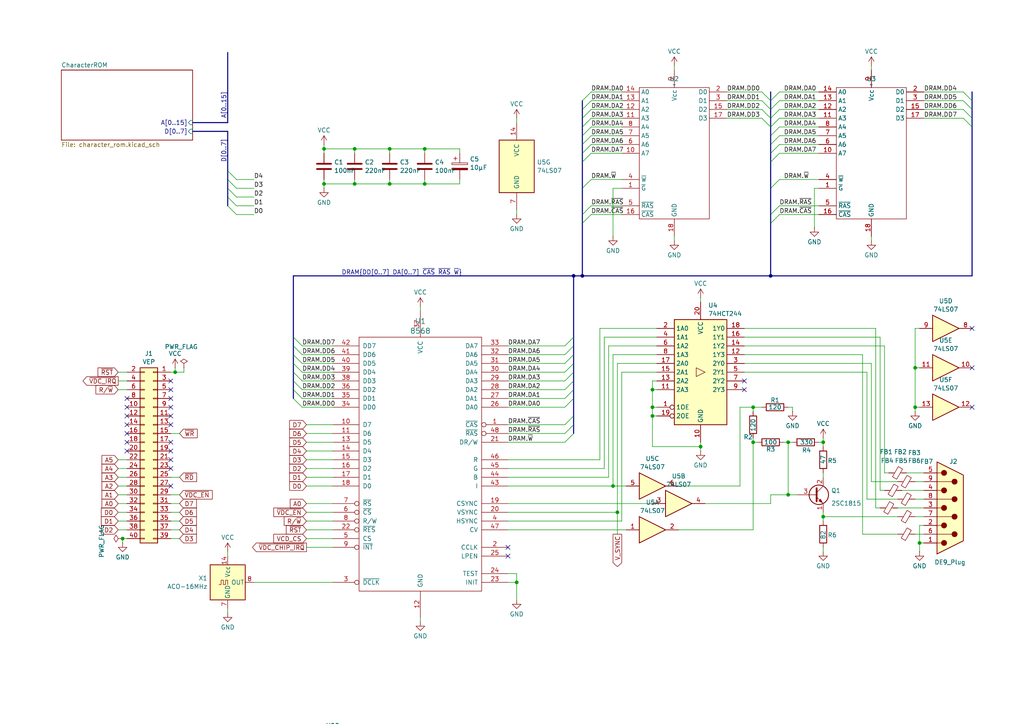
<source format=kicad_sch>
(kicad_sch (version 20231120) (generator "eeschema") (generator_version "8.0")
  (paper "A4")
  (title_block (title "Video Expansion Card - VDC 8568") (date "2024-06-30") (rev "A0") (company "Sperly Retro Electronics"))
  (lib_symbols
    (symbol "4464_1"
      (property "Reference" "U" (at -8.89 43.434 0))
      (symbol "4464_1_1_0"
        (pin power_in line (at 0 -1.27 90) (length 5.08) (name "GND") (number "18"))
        (pin power_in line (at 0 46.99 270) (length 5.08) (name "Vcc") (number "9"))
      )
      (symbol "4464_1_1_1"
        (pin input line (at -15.24 12.7 0) (length 5.08) (name "~{G}") (number "1"))
        (pin input line (at -15.24 22.86 0) (length 5.08) (name "A7") (number "10"))
        (pin input line (at -15.24 33.02 0) (length 5.08) (name "A3") (number "11"))
        (pin input line (at -15.24 35.56 0) (length 5.08) (name "A2") (number "12"))
        (pin input line (at -15.24 38.1 0) (length 5.08) (name "A1") (number "13"))
        (pin input line (at -15.24 40.64 0) (length 5.08) (name "A0") (number "14"))
        (pin bidirectional line (at 15.24 35.56 180) (length 5.08) (name "D2") (number "15"))
        (pin input line (at -15.24 5.08 0) (length 5.08) (name "~{CAS}") (number "16"))
        (pin bidirectional line (at 15.24 33.02 180) (length 5.08) (name "D3") (number "17"))
        (pin bidirectional line (at 15.24 40.64 180) (length 5.08) (name "D0") (number "2"))
        (pin bidirectional line (at 15.24 38.1 180) (length 5.08) (name "D1") (number "3"))
        (pin input line (at -15.24 15.24 0) (length 5.08) (name "~{W}") (number "4"))
        (pin input line (at -15.24 7.62 0) (length 5.08) (name "~{RAS}") (number "5"))
        (pin input line (at -15.24 25.4 0) (length 5.08) (name "A6") (number "6"))
        (pin input line (at -15.24 27.94 0) (length 5.08) (name "A5") (number "7"))
        (pin input line (at -15.24 30.48 0) (length 5.08) (name "A4") (number "8"))
      )
    )
    (symbol "74xx:74HCT244"
      (property "Reference" "U" (at -7.62 16.51 0))
      (property "Value" "74HCT244" (at -7.62 -16.51 0))
      (symbol "74HCT244_1_0"
        (pin input inverted (at -12.7 -10.16 0) (length 5.08) (name "1OE") (number "1"))
        (pin power_in line (at 0 -20.32 90) (length 5.08) (name "GND") (number "10"))
        (pin input line (at -12.7 -5.08 0) (length 5.08) (name "2A3") (number "11"))
        (pin tri_state line (at 12.7 5.08 180) (length 5.08) (name "1Y3") (number "12"))
        (pin input line (at -12.7 -2.54 0) (length 5.08) (name "2A2") (number "13"))
        (pin tri_state line (at 12.7 7.62 180) (length 5.08) (name "1Y2") (number "14"))
        (pin input line (at -12.7 0 0) (length 5.08) (name "2A1") (number "15"))
        (pin tri_state line (at 12.7 10.16 180) (length 5.08) (name "1Y1") (number "16"))
        (pin input line (at -12.7 2.54 0) (length 5.08) (name "2A0") (number "17"))
        (pin tri_state line (at 12.7 12.7 180) (length 5.08) (name "1Y0") (number "18"))
        (pin input inverted (at -12.7 -12.7 0) (length 5.08) (name "2OE") (number "19"))
        (pin input line (at -12.7 12.7 0) (length 5.08) (name "1A0") (number "2"))
        (pin power_in line (at 0 20.32 270) (length 5.08) (name "VCC") (number "20"))
        (pin tri_state line (at 12.7 2.54 180) (length 5.08) (name "2Y0") (number "3"))
        (pin input line (at -12.7 10.16 0) (length 5.08) (name "1A1") (number "4"))
        (pin tri_state line (at 12.7 0 180) (length 5.08) (name "2Y1") (number "5"))
        (pin input line (at -12.7 7.62 0) (length 5.08) (name "1A2") (number "6"))
        (pin tri_state line (at 12.7 -2.54 180) (length 5.08) (name "2Y2") (number "7"))
        (pin input line (at -12.7 5.08 0) (length 5.08) (name "1A3") (number "8"))
        (pin tri_state line (at 12.7 -5.08 180) (length 5.08) (name "2Y3") (number "9"))
      )
    )
    (symbol "74xx:74LS07" (pin_names (offset 1.016))
      (property "Reference" "U" (at 0 1.27 0))
      (property "Value" "74LS07" (at 0 -1.27 0))
      (symbol "74LS07_1_0"
        (pin input line (at -7.62 0 0) (length 3.81) (name "~") (number "1"))
        (pin open_collector line (at 7.62 0 180) (length 3.81) (name "~") (number "2"))
      )
      (symbol "74LS07_2_0"
        (pin input line (at -7.62 0 0) (length 3.81) (name "~") (number "3"))
        (pin open_collector line (at 7.62 0 180) (length 3.81) (name "~") (number "4"))
      )
      (symbol "74LS07_3_0"
        (pin input line (at -7.62 0 0) (length 3.81) (name "~") (number "5"))
        (pin open_collector line (at 7.62 0 180) (length 3.81) (name "~") (number "6"))
      )
      (symbol "74LS07_4_0"
        (pin open_collector line (at 7.62 0 180) (length 3.81) (name "~") (number "8"))
        (pin input line (at -7.62 0 0) (length 3.81) (name "~") (number "9"))
      )
      (symbol "74LS07_5_0"
        (pin open_collector line (at 7.62 0 180) (length 3.81) (name "~") (number "10"))
        (pin input line (at -7.62 0 0) (length 3.81) (name "~") (number "11"))
      )
      (symbol "74LS07_6_0"
        (pin open_collector line (at 7.62 0 180) (length 3.81) (name "~") (number "12"))
        (pin input line (at -7.62 0 0) (length 3.81) (name "~") (number "13"))
      )
      (symbol "74LS07_7_0"
        (pin power_in line (at 0 12.7 270) (length 5.08) (name "VCC") (number "14"))
        (pin power_in line (at 0 -12.7 90) (length 5.08) (name "GND") (number "7"))
      )
    )
    (symbol "Connector:DE9_Plug" (pin_names (offset 1.016) hide)
      (property "Reference" "J" (at 0 13.97 0))
      (property "Value" "DE9_Plug" (at 0 -14.605 0))
      (symbol "DE9_Plug_1_1"
        (pin passive line (at -7.62 -10.16 0) (length 3.81) (name "1") (number "1"))
        (pin passive line (at -7.62 -5.08 0) (length 3.81) (name "2") (number "2"))
        (pin passive line (at -7.62 0 0) (length 3.81) (name "3") (number "3"))
        (pin passive line (at -7.62 5.08 0) (length 3.81) (name "4") (number "4"))
        (pin passive line (at -7.62 10.16 0) (length 3.81) (name "5") (number "5"))
        (pin passive line (at -7.62 -7.62 0) (length 3.81) (name "6") (number "6"))
        (pin passive line (at -7.62 -2.54 0) (length 3.81) (name "7") (number "7"))
        (pin passive line (at -7.62 2.54 0) (length 3.81) (name "8") (number "8"))
        (pin passive line (at -7.62 7.62 0) (length 3.81) (name "9") (number "9"))
      )
    )
    (symbol "Connector_Generic:Conn_02x20_Odd_Even" (pin_names (offset 1.016) hide)
      (property "Reference" "J" (at 1.27 25.4 0))
      (property "Value" "Conn_02x20_Odd_Even" (at 1.27 -27.94 0))
      (symbol "Conn_02x20_Odd_Even_1_1"
        (pin passive line (at -5.08 22.86 0) (length 3.81) (name "Pin_1") (number "1"))
        (pin passive line (at 7.62 12.7 180) (length 3.81) (name "Pin_10") (number "10"))
        (pin passive line (at -5.08 10.16 0) (length 3.81) (name "Pin_11") (number "11"))
        (pin passive line (at 7.62 10.16 180) (length 3.81) (name "Pin_12") (number "12"))
        (pin passive line (at -5.08 7.62 0) (length 3.81) (name "Pin_13") (number "13"))
        (pin passive line (at 7.62 7.62 180) (length 3.81) (name "Pin_14") (number "14"))
        (pin passive line (at -5.08 5.08 0) (length 3.81) (name "Pin_15") (number "15"))
        (pin passive line (at 7.62 5.08 180) (length 3.81) (name "Pin_16") (number "16"))
        (pin passive line (at -5.08 2.54 0) (length 3.81) (name "Pin_17") (number "17"))
        (pin passive line (at 7.62 2.54 180) (length 3.81) (name "Pin_18") (number "18"))
        (pin passive line (at -5.08 0 0) (length 3.81) (name "Pin_19") (number "19"))
        (pin passive line (at 7.62 22.86 180) (length 3.81) (name "Pin_2") (number "2"))
        (pin passive line (at 7.62 0 180) (length 3.81) (name "Pin_20") (number "20"))
        (pin passive line (at -5.08 -2.54 0) (length 3.81) (name "Pin_21") (number "21"))
        (pin passive line (at 7.62 -2.54 180) (length 3.81) (name "Pin_22") (number "22"))
        (pin passive line (at -5.08 -5.08 0) (length 3.81) (name "Pin_23") (number "23"))
        (pin passive line (at 7.62 -5.08 180) (length 3.81) (name "Pin_24") (number "24"))
        (pin passive line (at -5.08 -7.62 0) (length 3.81) (name "Pin_25") (number "25"))
        (pin passive line (at 7.62 -7.62 180) (length 3.81) (name "Pin_26") (number "26"))
        (pin passive line (at -5.08 -10.16 0) (length 3.81) (name "Pin_27") (number "27"))
        (pin passive line (at 7.62 -10.16 180) (length 3.81) (name "Pin_28") (number "28"))
        (pin passive line (at -5.08 -12.7 0) (length 3.81) (name "Pin_29") (number "29"))
        (pin passive line (at -5.08 20.32 0) (length 3.81) (name "Pin_3") (number "3"))
        (pin passive line (at 7.62 -12.7 180) (length 3.81) (name "Pin_30") (number "30"))
        (pin passive line (at -5.08 -15.24 0) (length 3.81) (name "Pin_31") (number "31"))
        (pin passive line (at 7.62 -15.24 180) (length 3.81) (name "Pin_32") (number "32"))
        (pin passive line (at -5.08 -17.78 0) (length 3.81) (name "Pin_33") (number "33"))
        (pin passive line (at 7.62 -17.78 180) (length 3.81) (name "Pin_34") (number "34"))
        (pin passive line (at -5.08 -20.32 0) (length 3.81) (name "Pin_35") (number "35"))
        (pin passive line (at 7.62 -20.32 180) (length 3.81) (name "Pin_36") (number "36"))
        (pin passive line (at -5.08 -22.86 0) (length 3.81) (name "Pin_37") (number "37"))
        (pin passive line (at 7.62 -22.86 180) (length 3.81) (name "Pin_38") (number "38"))
        (pin passive line (at -5.08 -25.4 0) (length 3.81) (name "Pin_39") (number "39"))
        (pin passive line (at 7.62 20.32 180) (length 3.81) (name "Pin_4") (number "4"))
        (pin passive line (at 7.62 -25.4 180) (length 3.81) (name "Pin_40") (number "40"))
        (pin passive line (at -5.08 17.78 0) (length 3.81) (name "Pin_5") (number "5"))
        (pin passive line (at 7.62 17.78 180) (length 3.81) (name "Pin_6") (number "6"))
        (pin passive line (at -5.08 15.24 0) (length 3.81) (name "Pin_7") (number "7"))
        (pin passive line (at 7.62 15.24 180) (length 3.81) (name "Pin_8") (number "8"))
        (pin passive line (at -5.08 12.7 0) (length 3.81) (name "Pin_9") (number "9"))
      )
    )
    (symbol "Device:C" (pin_numbers hide) (pin_names (offset 0.254))
      (property "Reference" "C" (at 0.635 2.54 0))
      (property "Value" "C" (at 0.635 -2.54 0))
      (symbol "C_1_1"
        (pin passive line (at 0 3.81 270) (length 2.794) (name "~") (number "1"))
        (pin passive line (at 0 -3.81 90) (length 2.794) (name "~") (number "2"))
      )
    )
    (symbol "Device:C_Polarized" (pin_numbers hide) (pin_names (offset 0.254))
      (property "Reference" "C" (at 0.635 2.54 0))
      (property "Value" "C_Polarized" (at 0.635 -2.54 0))
      (symbol "C_Polarized_1_1"
        (pin passive line (at 0 3.81 270) (length 2.794) (name "~") (number "1"))
        (pin passive line (at 0 -3.81 90) (length 2.794) (name "~") (number "2"))
      )
    )
    (symbol "Device:FerriteBead_Small" (pin_numbers hide) (pin_names (offset 0))
      (property "Reference" "FB" (at 1.905 1.27 0))
      (property "Value" "FerriteBead_Small" (at 1.905 -1.27 0))
      (symbol "FerriteBead_Small_1_1"
        (pin passive line (at 0 2.54 270) (length 1.27) (name "~") (number "1"))
        (pin passive line (at 0 -2.54 90) (length 1.27) (name "~") (number "2"))
      )
    )
    (symbol "Device:R" (pin_numbers hide) (pin_names (offset 0))
      (property "Reference" "R" (at 2.032 0 90))
      (property "Value" "R" (at 0 0 90))
      (symbol "R_1_1"
        (pin passive line (at 0 3.81 270) (length 1.27) (name "~") (number "1"))
        (pin passive line (at 0 -3.81 90) (length 1.27) (name "~") (number "2"))
      )
    )
    (symbol "Logic_Programmable:GAL16V8" (pin_names (offset 1.016))
      (property "Reference" "U" (at -8.89 16.51 0))
      (property "Value" "GAL16V8" (at 1.27 16.51 0))
      (symbol "GAL16V8_0_0"
        (pin power_in line (at 0 -17.78 90) (length 3.81) (name "GND") (number "10"))
        (pin power_in line (at 0 17.78 270) (length 3.81) (name "VCC") (number "20"))
      )
      (symbol "GAL16V8_1_1"
        (pin input line (at -12.7 12.7 0) (length 3.81) (name "I1/CLK") (number "1"))
        (pin input line (at -12.7 -10.16 0) (length 3.81) (name "I10/~{OE}") (number "11"))
        (pin tri_state line (at 12.7 -5.08 180) (length 3.81) (name "IO8") (number "12"))
        (pin tri_state line (at 12.7 -2.54 180) (length 3.81) (name "IO7") (number "13"))
        (pin tri_state line (at 12.7 0 180) (length 3.81) (name "IO6") (number "14"))
        (pin tri_state line (at 12.7 2.54 180) (length 3.81) (name "IO5") (number "15"))
        (pin tri_state line (at 12.7 5.08 180) (length 3.81) (name "IO4") (number "16"))
        (pin tri_state line (at 12.7 7.62 180) (length 3.81) (name "I03") (number "17"))
        (pin tri_state line (at 12.7 10.16 180) (length 3.81) (name "IO2") (number "18"))
        (pin tri_state line (at 12.7 12.7 180) (length 3.81) (name "IO1") (number "19"))
        (pin input line (at -12.7 10.16 0) (length 3.81) (name "I2") (number "2"))
        (pin input line (at -12.7 7.62 0) (length 3.81) (name "I3") (number "3"))
        (pin input line (at -12.7 5.08 0) (length 3.81) (name "I4") (number "4"))
        (pin input line (at -12.7 2.54 0) (length 3.81) (name "I5") (number "5"))
        (pin input line (at -12.7 0 0) (length 3.81) (name "I6") (number "6"))
        (pin input line (at -12.7 -2.54 0) (length 3.81) (name "I7") (number "7"))
        (pin input line (at -12.7 -5.08 0) (length 3.81) (name "I8") (number "8"))
        (pin input line (at -12.7 -7.62 0) (length 3.81) (name "I9") (number "9"))
      )
    )
    (symbol "Oscillator:ACO-xxxMHz" (pin_names (offset 0.254))
      (property "Reference" "X" (at -5.08 6.35 0))
      (property "Value" "ACO-xxxMHz" (at 1.27 -6.35 0))
      (symbol "ACO-xxxMHz_1_1"
        (pin no_connect line (at -5.08 2.54 0) (length 2.54) hide (name "NC") (number "1"))
        (pin power_in line (at 0 7.62 270) (length 2.54) (name "Vcc") (number "14"))
        (pin power_in line (at 0 -7.62 90) (length 2.54) (name "GND") (number "7"))
        (pin output line (at 7.62 0 180) (length 2.54) (name "OUT") (number "8"))
      )
    )
    (symbol "Transistor_BJT:2SC1815" (pin_names (offset 0) hide)
      (property "Reference" "Q" (at 5.08 1.905 0))
      (property "Value" "2SC1815" (at 5.08 0 0))
      (symbol "2SC1815_1_1"
        (pin passive line (at 2.54 -5.08 90) (length 2.54) (name "E") (number "1"))
        (pin passive line (at 2.54 5.08 270) (length 2.54) (name "C") (number "2"))
        (pin input line (at -5.08 0 0) (length 5.08) (name "B") (number "3"))
      )
    )
    (symbol "cbm:4464"
      (property "Reference" "U" (at -8.89 43.434 0))
      (symbol "4464_1_0"
        (pin power_in line (at 0 -1.27 90) (length 5.08) (name "GND") (number "18"))
        (pin power_in line (at 0 46.99 270) (length 5.08) (name "Vcc") (number "9"))
      )
      (symbol "4464_1_1"
        (pin input line (at -15.24 12.7 0) (length 5.08) (name "~{G}") (number "1"))
        (pin input line (at -15.24 22.86 0) (length 5.08) (name "A7") (number "10"))
        (pin input line (at -15.24 33.02 0) (length 5.08) (name "A3") (number "11"))
        (pin input line (at -15.24 35.56 0) (length 5.08) (name "A2") (number "12"))
        (pin input line (at -15.24 38.1 0) (length 5.08) (name "A1") (number "13"))
        (pin input line (at -15.24 40.64 0) (length 5.08) (name "A0") (number "14"))
        (pin bidirectional line (at 15.24 35.56 180) (length 5.08) (name "D2") (number "15"))
        (pin input line (at -15.24 5.08 0) (length 5.08) (name "~{CAS}") (number "16"))
        (pin bidirectional line (at 15.24 33.02 180) (length 5.08) (name "D3") (number "17"))
        (pin bidirectional line (at 15.24 40.64 180) (length 5.08) (name "D0") (number "2"))
        (pin bidirectional line (at 15.24 38.1 180) (length 5.08) (name "D1") (number "3"))
        (pin input line (at -15.24 15.24 0) (length 5.08) (name "~{W}") (number "4"))
        (pin input line (at -15.24 7.62 0) (length 5.08) (name "~{RAS}") (number "5"))
        (pin input line (at -15.24 25.4 0) (length 5.08) (name "A6") (number "6"))
        (pin input line (at -15.24 27.94 0) (length 5.08) (name "A5") (number "7"))
        (pin input line (at -15.24 30.48 0) (length 5.08) (name "A4") (number "8"))
      )
    )
    (symbol "cbm:8568" (pin_names (offset 1.016))
      (property "Reference" "U" (at 0 -2.54 0))
      (property "Value" "8568" (at 0 2.54 0))
      (symbol "8568_1_1"
        (pin output inverted (at 25.4 6.35 180) (length 7.62) (name "~{CAS}") (number "1"))
        (pin bidirectional line (at -25.4 6.35 0) (length 7.62) (name "D7") (number "10"))
        (pin bidirectional line (at -25.4 3.81 0) (length 7.62) (name "D6") (number "11"))
        (pin power_in line (at 0 -49.53 90) (length 7.62) (name "GND") (number "12"))
        (pin bidirectional line (at -25.4 1.27 0) (length 7.62) (name "D5") (number "13"))
        (pin bidirectional line (at -25.4 -1.27 0) (length 7.62) (name "D4") (number "14"))
        (pin bidirectional line (at -25.4 -3.81 0) (length 7.62) (name "D3") (number "15"))
        (pin bidirectional line (at -25.4 -6.35 0) (length 7.62) (name "D2") (number "16"))
        (pin bidirectional line (at -25.4 -8.89 0) (length 7.62) (name "D1") (number "17"))
        (pin bidirectional line (at -25.4 -11.43 0) (length 7.62) (name "D0") (number "18"))
        (pin input line (at 25.4 -16.51 180) (length 7.62) (name "CSYNC") (number "19"))
        (pin input line (at 25.4 -29.21 180) (length 7.62) (name "CCLK") (number "2"))
        (pin output line (at 25.4 -19.05 180) (length 7.62) (name "VSYNC") (number "20"))
        (pin output line (at 25.4 1.27 180) (length 7.62) (name "DR/W") (number "21"))
        (pin input inverted (at -25.4 -24.13 0) (length 7.62) (name "~{RES}") (number "22"))
        (pin input line (at 25.4 -39.37 180) (length 7.62) (name "INIT") (number "23"))
        (pin input line (at 25.4 -36.83 180) (length 7.62) (name "TEST") (number "24"))
        (pin output line (at 25.4 -31.75 180) (length 7.62) (name "LPEN") (number "25"))
        (pin output line (at 25.4 11.43 180) (length 7.62) (name "DA0") (number "26"))
        (pin output line (at 25.4 13.97 180) (length 7.62) (name "DA1") (number "27"))
        (pin output line (at 25.4 16.51 180) (length 7.62) (name "DA2") (number "28"))
        (pin output line (at 25.4 19.05 180) (length 7.62) (name "DA3") (number "29"))
        (pin input inverted (at -25.4 -39.37 0) (length 7.62) (name "~{DCLK}") (number "3"))
        (pin output line (at 25.4 21.59 180) (length 7.62) (name "DA4") (number "30"))
        (pin output line (at 25.4 24.13 180) (length 7.62) (name "DA5") (number "31"))
        (pin output line (at 25.4 26.67 180) (length 7.62) (name "DA6") (number "32"))
        (pin output line (at 25.4 29.21 180) (length 7.62) (name "DA7") (number "33"))
        (pin bidirectional line (at -25.4 11.43 0) (length 7.62) (name "DD0") (number "34"))
        (pin bidirectional line (at -25.4 13.97 0) (length 7.62) (name "DD1") (number "35"))
        (pin bidirectional line (at -25.4 16.51 0) (length 7.62) (name "DD2") (number "36"))
        (pin power_in line (at 0 39.37 270) (length 7.62) (name "VCC") (number "37"))
        (pin bidirectional line (at -25.4 19.05 0) (length 7.62) (name "DD3") (number "38"))
        (pin bidirectional line (at -25.4 21.59 0) (length 7.62) (name "DD4") (number "39"))
        (pin output line (at 25.4 -21.59 180) (length 7.62) (name "HSYNC") (number "4"))
        (pin bidirectional line (at -25.4 24.13 0) (length 7.62) (name "DD5") (number "40"))
        (pin bidirectional line (at -25.4 26.67 0) (length 7.62) (name "DD6") (number "41"))
        (pin bidirectional line (at -25.4 29.21 0) (length 7.62) (name "DD7") (number "42"))
        (pin output line (at 25.4 -11.43 180) (length 7.62) (name "I") (number "43"))
        (pin output line (at 25.4 -8.89 180) (length 7.62) (name "B") (number "44"))
        (pin output line (at 25.4 -6.35 180) (length 7.62) (name "G") (number "45"))
        (pin output line (at 25.4 -3.81 180) (length 7.62) (name "R") (number "46"))
        (pin output line (at 25.4 -24.13 180) (length 7.62) (name "CV") (number "47"))
        (pin output inverted (at 25.4 3.81 180) (length 7.62) (name "~{RAS}") (number "48"))
        (pin input line (at -25.4 -26.67 0) (length 7.62) (name "CS") (number "5"))
        (pin input inverted (at -25.4 -19.05 0) (length 7.62) (name "~{CS}") (number "6"))
        (pin input inverted (at -25.4 -16.51 0) (length 7.62) (name "~{RS}") (number "7"))
        (pin input inverted (at -25.4 -21.59 0) (length 7.62) (name "R/W") (number "8"))
        (pin input inverted (at -25.4 -29.21 0) (length 7.62) (name "~{INT}") (number "9"))
      )
    )
    (symbol "power:GND" (power) (pin_numbers hide) (pin_names (offset 0) hide)
      (property "Value" "GND" (at 0 -3.81 0))
      (symbol "GND_1_1"
        (pin power_in line (at 0 0 270) (length 0) (name "~") (number "1"))
      )
    )
    (symbol "power:PWR_FLAG" (power) (pin_numbers hide) (pin_names (offset 0) hide)
      (property "Value" "PWR_FLAG" (at 0 3.81 0))
      (symbol "PWR_FLAG_0_0"
        (pin power_out line (at 0 0 90) (length 0) (name "~") (number "1"))
      )
    )
    (symbol "power:VCC" (power) (pin_numbers hide) (pin_names (offset 0) hide)
      (property "Value" "VCC" (at 0 3.556 0))
      (symbol "VCC_1_1"
        (pin power_in line (at 0 0 90) (length 0) (name "~") (number "1"))
      )
    )
  )
  (junction (at 223.52 80.01))
  (junction (at 149.86 168.91))
  (junction (at 189.23 120.65))
  (junction (at 177.8 140.97))
  (junction (at 266.7 157.48))
  (junction (at 228.6 128.27))
  (junction (at 179.07 148.59))
  (junction (at 228.6 143.51))
  (junction (at 113.03 43.18))
  (junction (at 102.87 43.18))
  (junction (at 93.98 43.18))
  (junction (at 123.19 43.18))
  (junction (at 238.76 128.27))
  (junction (at 166.37 80.01))
  (junction (at 218.44 118.11))
  (junction (at 50.8 107.95))
  (junction (at 35.56 156.21))
  (junction (at 168.91 80.01))
  (junction (at 93.98 53.34))
  (junction (at 265.43 118.11))
  (junction (at 110.49 233.68))
  (junction (at 218.44 128.27))
  (junction (at 189.23 113.03))
  (junction (at 123.19 53.34))
  (junction (at 238.76 149.86))
  (junction (at 203.2 129.54))
  (junction (at 265.43 106.68))
  (junction (at 189.23 118.11))
  (junction (at 102.87 53.34))
  (junction (at 113.03 53.34))
  (junction (at 111.76 236.22))
  (no_connect (at 49.53 123.19))
  (no_connect (at 49.53 115.57))
  (no_connect (at 49.53 130.81))
  (no_connect (at 147.32 161.29))
  (no_connect (at 49.53 133.35))
  (no_connect (at 36.83 128.27))
  (no_connect (at 147.32 158.75))
  (no_connect (at 215.9 110.49))
  (no_connect (at 36.83 125.73))
  (no_connect (at 49.53 140.97))
  (no_connect (at 281.94 106.68))
  (no_connect (at 49.53 110.49))
  (no_connect (at 36.83 130.81))
  (no_connect (at 49.53 120.65))
  (no_connect (at 49.53 128.27))
  (no_connect (at 49.53 135.89))
  (no_connect (at 215.9 113.03))
  (no_connect (at 281.94 118.11))
  (no_connect (at 36.83 120.65))
  (no_connect (at 49.53 113.03))
  (no_connect (at 36.83 118.11))
  (no_connect (at 36.83 123.19))
  (no_connect (at 281.94 95.25))
  (no_connect (at 49.53 118.11))
  (no_connect (at 36.83 115.57))
  (bus_entry (at 85.09 107.95) (size 2.54 2.54))
  (bus_entry (at 168.91 29.21) (size 2.54 -2.54))
  (bus_entry (at 66.04 54.61) (size 2.54 2.54))
  (bus_entry (at 166.37 125.73) (size -2.54 2.54))
  (bus_entry (at 223.52 29.21) (size -2.54 -2.54))
  (bus_entry (at 223.52 62.23) (size 2.54 -2.54))
  (bus_entry (at 168.91 36.83) (size 2.54 -2.54))
  (bus_entry (at 223.52 41.91) (size 2.54 -2.54))
  (bus_entry (at 166.37 113.03) (size -2.54 2.54))
  (bus_entry (at 66.04 59.69) (size 2.54 2.54))
  (bus_entry (at 166.37 105.41) (size -2.54 2.54))
  (bus_entry (at 168.91 62.23) (size 2.54 -2.54))
  (bus_entry (at 168.91 44.45) (size 2.54 -2.54))
  (bus_entry (at 168.91 31.75) (size 2.54 -2.54))
  (bus_entry (at 166.37 107.95) (size -2.54 2.54))
  (bus_entry (at 85.09 113.03) (size 2.54 2.54))
  (bus_entry (at 281.94 29.21) (size -2.54 -2.54))
  (bus_entry (at 85.09 102.87) (size 2.54 2.54))
  (bus_entry (at 281.94 36.83) (size -2.54 -2.54))
  (bus_entry (at 166.37 102.87) (size -2.54 2.54))
  (bus_entry (at 223.52 46.99) (size 2.54 -2.54))
  (bus_entry (at 223.52 54.61) (size 2.54 -2.54))
  (bus_entry (at 223.52 36.83) (size -2.54 -2.54))
  (bus_entry (at 223.52 31.75) (size -2.54 -2.54))
  (bus_entry (at 223.52 34.29) (size 2.54 -2.54))
  (bus_entry (at 168.91 34.29) (size 2.54 -2.54))
  (bus_entry (at 168.91 39.37) (size 2.54 -2.54))
  (bus_entry (at 166.37 97.79) (size -2.54 2.54))
  (bus_entry (at 166.37 110.49) (size -2.54 2.54))
  (bus_entry (at 223.52 64.77) (size 2.54 -2.54))
  (bus_entry (at 281.94 34.29) (size -2.54 -2.54))
  (bus_entry (at 85.09 110.49) (size 2.54 2.54))
  (bus_entry (at 223.52 34.29) (size -2.54 -2.54))
  (bus_entry (at 85.09 115.57) (size 2.54 2.54))
  (bus_entry (at 166.37 120.65) (size -2.54 2.54))
  (bus_entry (at 223.52 31.75) (size 2.54 -2.54))
  (bus_entry (at 223.52 29.21) (size 2.54 -2.54))
  (bus_entry (at 85.09 97.79) (size 2.54 2.54))
  (bus_entry (at 66.04 49.53) (size 2.54 2.54))
  (bus_entry (at 166.37 115.57) (size -2.54 2.54))
  (bus_entry (at 166.37 100.33) (size -2.54 2.54))
  (bus_entry (at 85.09 105.41) (size 2.54 2.54))
  (bus_entry (at 223.52 44.45) (size 2.54 -2.54))
  (bus_entry (at 66.04 57.15) (size 2.54 2.54))
  (bus_entry (at 168.91 54.61) (size 2.54 -2.54))
  (bus_entry (at 85.09 100.33) (size 2.54 2.54))
  (bus_entry (at 223.52 36.83) (size 2.54 -2.54))
  (bus_entry (at 168.91 64.77) (size 2.54 -2.54))
  (bus_entry (at 168.91 41.91) (size 2.54 -2.54))
  (bus_entry (at 66.04 52.07) (size 2.54 2.54))
  (bus_entry (at 281.94 31.75) (size -2.54 -2.54))
  (bus_entry (at 166.37 123.19) (size -2.54 2.54))
  (bus_entry (at 223.52 39.37) (size 2.54 -2.54))
  (bus_entry (at 168.91 46.99) (size 2.54 -2.54))
  (wire (pts (xy 109.22 226.06) (xy 113.03 226.06)))
  (wire (pts (xy 49.53 125.73) (xy 52.07 125.73)))
  (wire (pts (xy 226.06 31.75) (xy 237.49 31.75)))
  (wire (pts (xy 87.63 105.41) (xy 96.52 105.41)))
  (wire (pts (xy 251.46 107.95) (xy 251.46 144.78)))
  (wire (pts (xy 133.35 44.45) (xy 133.35 43.18)))
  (wire (pts (xy 147.32 115.57) (xy 163.83 115.57)))
  (wire (pts (xy 189.23 118.11) (xy 189.23 120.65)))
  (bus (pts (xy 168.91 54.61) (xy 168.91 62.23)))
  (wire (pts (xy 147.32 110.49) (xy 163.83 110.49)))
  (bus (pts (xy 85.09 100.33) (xy 85.09 102.87)))
  (wire (pts (xy 87.63 102.87) (xy 96.52 102.87)))
  (wire (pts (xy 210.82 29.21) (xy 220.98 29.21)))
  (wire (pts (xy 252.73 105.41) (xy 252.73 139.7)))
  (wire (pts (xy 88.9 123.19) (xy 96.52 123.19)))
  (wire (pts (xy 34.29 146.05) (xy 36.83 146.05)))
  (wire (pts (xy 88.9 128.27) (xy 96.52 128.27)))
  (wire (pts (xy 149.86 166.37) (xy 149.86 168.91)))
  (wire (pts (xy 88.9 158.75) (xy 96.52 158.75)))
  (wire (pts (xy 121.92 179.07) (xy 121.92 180.34)))
  (wire (pts (xy 68.58 57.15) (xy 73.66 57.15)))
  (wire (pts (xy 87.63 118.11) (xy 96.52 118.11)))
  (bus (pts (xy 168.91 34.29) (xy 168.91 36.83)))
  (wire (pts (xy 109.22 220.98) (xy 113.03 220.98)))
  (wire (pts (xy 35.56 156.21) (xy 35.56 157.48)))
  (wire (pts (xy 49.53 153.67) (xy 52.07 153.67)))
  (wire (pts (xy 195.58 68.58) (xy 195.58 69.85)))
  (wire (pts (xy 254 147.32) (xy 255.27 147.32)))
  (wire (pts (xy 87.63 113.03) (xy 96.52 113.03)))
  (wire (pts (xy 147.32 153.67) (xy 181.61 153.67)))
  (wire (pts (xy 36.83 156.21) (xy 35.56 156.21)))
  (wire (pts (xy 88.9 146.05) (xy 96.52 146.05)))
  (wire (pts (xy 93.98 52.07) (xy 93.98 53.34)))
  (bus (pts (xy 281.94 29.21) (xy 281.94 31.75)))
  (bus (pts (xy 281.94 34.29) (xy 281.94 36.83)))
  (wire (pts (xy 238.76 148.59) (xy 238.76 149.86)))
  (wire (pts (xy 265.43 149.86) (xy 267.97 149.86)))
  (bus (pts (xy 281.94 31.75) (xy 281.94 34.29)))
  (wire (pts (xy 147.32 118.11) (xy 163.83 118.11)))
  (wire (pts (xy 133.35 52.07) (xy 133.35 53.34)))
  (wire (pts (xy 215.9 95.25) (xy 254 95.25)))
  (bus (pts (xy 85.09 80.01) (xy 85.09 97.79)))
  (bus (pts (xy 55.88 35.56) (xy 66.04 35.56)))
  (bus (pts (xy 223.52 80.01) (xy 281.94 80.01)))
  (wire (pts (xy 251.46 144.78) (xy 260.35 144.78)))
  (bus (pts (xy 168.91 44.45) (xy 168.91 46.99)))
  (wire (pts (xy 266.7 157.48) (xy 266.7 160.02)))
  (wire (pts (xy 238.76 149.86) (xy 260.35 149.86)))
  (wire (pts (xy 93.98 43.18) (xy 102.87 43.18)))
  (wire (pts (xy 265.43 95.25) (xy 265.43 106.68)))
  (wire (pts (xy 180.34 54.61) (xy 177.8 54.61)))
  (wire (pts (xy 214.63 118.11) (xy 214.63 140.97)))
  (wire (pts (xy 226.06 26.67) (xy 237.49 26.67)))
  (wire (pts (xy 110.49 233.68) (xy 110.49 231.14)))
  (bus (pts (xy 85.09 97.79) (xy 85.09 100.33)))
  (wire (pts (xy 68.58 62.23) (xy 73.66 62.23)))
  (wire (pts (xy 171.45 34.29) (xy 180.34 34.29)))
  (bus (pts (xy 223.52 31.75) (xy 223.52 34.29)))
  (wire (pts (xy 215.9 100.33) (xy 256.54 100.33)))
  (wire (pts (xy 147.32 113.03) (xy 163.83 113.03)))
  (bus (pts (xy 223.52 41.91) (xy 223.52 44.45)))
  (wire (pts (xy 228.6 128.27) (xy 229.87 128.27)))
  (wire (pts (xy 123.19 43.18) (xy 133.35 43.18)))
  (bus (pts (xy 223.52 44.45) (xy 223.52 46.99)))
  (bus (pts (xy 168.91 41.91) (xy 168.91 44.45)))
  (wire (pts (xy 256.54 137.16) (xy 257.81 137.16)))
  (wire (pts (xy 88.9 133.35) (xy 96.52 133.35)))
  (bus (pts (xy 166.37 123.19) (xy 166.37 125.73)))
  (wire (pts (xy 215.9 102.87) (xy 250.19 102.87)))
  (wire (pts (xy 113.03 43.18) (xy 123.19 43.18)))
  (wire (pts (xy 226.06 34.29) (xy 237.49 34.29)))
  (bus (pts (xy 166.37 120.65) (xy 166.37 123.19)))
  (wire (pts (xy 189.23 120.65) (xy 190.5 120.65)))
  (wire (pts (xy 179.07 105.41) (xy 179.07 148.59)))
  (wire (pts (xy 73.66 168.91) (xy 96.52 168.91)))
  (wire (pts (xy 215.9 105.41) (xy 252.73 105.41)))
  (wire (pts (xy 254 95.25) (xy 254 147.32)))
  (wire (pts (xy 147.32 151.13) (xy 180.34 151.13)))
  (wire (pts (xy 176.53 138.43) (xy 176.53 100.33)))
  (wire (pts (xy 238.76 137.16) (xy 238.76 138.43)))
  (wire (pts (xy 113.03 53.34) (xy 102.87 53.34)))
  (wire (pts (xy 171.45 41.91) (xy 180.34 41.91)))
  (wire (pts (xy 93.98 53.34) (xy 93.98 54.61)))
  (wire (pts (xy 226.06 29.21) (xy 237.49 29.21)))
  (bus (pts (xy 85.09 107.95) (xy 85.09 110.49)))
  (wire (pts (xy 252.73 68.58) (xy 252.73 69.85)))
  (wire (pts (xy 171.45 44.45) (xy 180.34 44.45)))
  (wire (pts (xy 50.8 107.95) (xy 49.53 107.95)))
  (wire (pts (xy 267.97 29.21) (xy 279.4 29.21)))
  (wire (pts (xy 226.06 41.91) (xy 237.49 41.91)))
  (wire (pts (xy 171.45 62.23) (xy 180.34 62.23)))
  (wire (pts (xy 252.73 19.05) (xy 252.73 20.32)))
  (wire (pts (xy 218.44 128.27) (xy 218.44 153.67)))
  (wire (pts (xy 93.98 41.91) (xy 93.98 43.18)))
  (wire (pts (xy 149.86 34.29) (xy 149.86 35.56)))
  (wire (pts (xy 267.97 26.67) (xy 279.4 26.67)))
  (wire (pts (xy 227.33 128.27) (xy 228.6 128.27)))
  (bus (pts (xy 166.37 107.95) (xy 166.37 110.49)))
  (wire (pts (xy 226.06 39.37) (xy 237.49 39.37)))
  (wire (pts (xy 203.2 129.54) (xy 203.2 130.81)))
  (wire (pts (xy 111.76 236.22) (xy 111.76 228.6)))
  (wire (pts (xy 133.35 53.34) (xy 123.19 53.34)))
  (bus (pts (xy 281.94 26.67) (xy 281.94 29.21)))
  (bus (pts (xy 168.91 29.21) (xy 168.91 31.75)))
  (wire (pts (xy 53.34 107.95) (xy 53.34 106.68)))
  (wire (pts (xy 109.22 236.22) (xy 111.76 236.22)))
  (bus (pts (xy 85.09 80.01) (xy 166.37 80.01)))
  (wire (pts (xy 189.23 129.54) (xy 203.2 129.54)))
  (wire (pts (xy 171.45 59.69) (xy 180.34 59.69)))
  (wire (pts (xy 265.43 139.7) (xy 267.97 139.7)))
  (wire (pts (xy 260.35 147.32) (xy 267.97 147.32)))
  (wire (pts (xy 109.22 231.14) (xy 110.49 231.14)))
  (wire (pts (xy 231.14 143.51) (xy 228.6 143.51)))
  (bus (pts (xy 166.37 102.87) (xy 166.37 105.41)))
  (wire (pts (xy 266.7 95.25) (xy 265.43 95.25)))
  (wire (pts (xy 256.54 100.33) (xy 256.54 137.16)))
  (wire (pts (xy 88.9 130.81) (xy 96.52 130.81)))
  (wire (pts (xy 267.97 34.29) (xy 279.4 34.29)))
  (wire (pts (xy 88.9 138.43) (xy 96.52 138.43)))
  (wire (pts (xy 68.58 54.61) (xy 73.66 54.61)))
  (wire (pts (xy 34.29 107.95) (xy 36.83 107.95)))
  (wire (pts (xy 265.43 154.94) (xy 267.97 154.94)))
  (wire (pts (xy 50.8 107.95) (xy 50.8 106.68)))
  (wire (pts (xy 147.32 102.87) (xy 163.83 102.87)))
  (wire (pts (xy 176.53 100.33) (xy 190.5 100.33)))
  (wire (pts (xy 223.52 143.51) (xy 223.52 146.05)))
  (wire (pts (xy 180.34 107.95) (xy 190.5 107.95)))
  (wire (pts (xy 147.32 166.37) (xy 149.86 166.37)))
  (wire (pts (xy 87.63 100.33) (xy 96.52 100.33)))
  (wire (pts (xy 121.92 88.9) (xy 121.92 90.17)))
  (wire (pts (xy 109.22 223.52) (xy 113.03 223.52)))
  (wire (pts (xy 49.53 156.21) (xy 52.07 156.21)))
  (wire (pts (xy 87.63 115.57) (xy 96.52 115.57)))
  (wire (pts (xy 252.73 139.7) (xy 260.35 139.7)))
  (bus (pts (xy 168.91 62.23) (xy 168.91 64.77)))
  (wire (pts (xy 177.8 140.97) (xy 177.8 102.87)))
  (wire (pts (xy 113.03 44.45) (xy 113.03 43.18)))
  (bus (pts (xy 223.52 36.83) (xy 223.52 39.37)))
  (wire (pts (xy 267.97 152.4) (xy 266.7 152.4)))
  (wire (pts (xy 96.52 214.63) (xy 96.52 215.9)))
  (bus (pts (xy 66.04 15.24) (xy 66.04 35.56)))
  (wire (pts (xy 180.34 151.13) (xy 180.34 107.95)))
  (bus (pts (xy 85.09 102.87) (xy 85.09 105.41)))
  (wire (pts (xy 88.9 148.59) (xy 96.52 148.59)))
  (wire (pts (xy 149.86 168.91) (xy 149.86 173.99)))
  (wire (pts (xy 49.53 148.59) (xy 52.07 148.59)))
  (wire (pts (xy 147.32 135.89) (xy 175.26 135.89)))
  (wire (pts (xy 49.53 151.13) (xy 52.07 151.13)))
  (wire (pts (xy 109.22 233.68) (xy 110.49 233.68)))
  (wire (pts (xy 266.7 152.4) (xy 266.7 157.48)))
  (bus (pts (xy 66.04 57.15) (xy 66.04 59.69)))
  (wire (pts (xy 215.9 97.79) (xy 255.27 97.79)))
  (bus (pts (xy 85.09 110.49) (xy 85.09 113.03)))
  (wire (pts (xy 34.29 138.43) (xy 36.83 138.43)))
  (bus (pts (xy 223.52 29.21) (xy 223.52 31.75)))
  (wire (pts (xy 123.19 43.18) (xy 123.19 44.45)))
  (wire (pts (xy 218.44 118.11) (xy 220.98 118.11)))
  (wire (pts (xy 203.2 128.27) (xy 203.2 129.54)))
  (bus (pts (xy 66.04 38.1) (xy 66.04 49.53)))
  (wire (pts (xy 173.99 133.35) (xy 173.99 95.25)))
  (wire (pts (xy 250.19 154.94) (xy 260.35 154.94)))
  (wire (pts (xy 255.27 97.79) (xy 255.27 142.24)))
  (wire (pts (xy 218.44 127) (xy 218.44 128.27)))
  (bus (pts (xy 223.52 54.61) (xy 223.52 62.23)))
  (wire (pts (xy 267.97 31.75) (xy 279.4 31.75)))
  (wire (pts (xy 96.52 251.46) (xy 96.52 252.73)))
  (wire (pts (xy 111.76 236.22) (xy 113.03 236.22)))
  (wire (pts (xy 210.82 31.75) (xy 220.98 31.75)))
  (wire (pts (xy 210.82 26.67) (xy 220.98 26.67)))
  (wire (pts (xy 147.32 100.33) (xy 163.83 100.33)))
  (wire (pts (xy 171.45 36.83) (xy 180.34 36.83)))
  (bus (pts (xy 168.91 80.01) (xy 223.52 80.01)))
  (wire (pts (xy 265.43 118.11) (xy 265.43 119.38)))
  (bus (pts (xy 223.52 39.37) (xy 223.52 41.91)))
  (wire (pts (xy 173.99 95.25) (xy 190.5 95.25)))
  (wire (pts (xy 237.49 128.27) (xy 238.76 128.27)))
  (wire (pts (xy 238.76 149.86) (xy 238.76 151.13)))
  (bus (pts (xy 166.37 100.33) (xy 166.37 102.87)))
  (wire (pts (xy 189.23 120.65) (xy 189.23 129.54)))
  (wire (pts (xy 265.43 106.68) (xy 266.7 106.68)))
  (wire (pts (xy 190.5 118.11) (xy 189.23 118.11)))
  (wire (pts (xy 68.58 52.07) (xy 73.66 52.07)))
  (wire (pts (xy 34.29 135.89) (xy 36.83 135.89)))
  (bus (pts (xy 166.37 115.57) (xy 166.37 120.65)))
  (wire (pts (xy 34.29 110.49) (xy 36.83 110.49)))
  (wire (pts (xy 88.9 135.89) (xy 96.52 135.89)))
  (wire (pts (xy 223.52 146.05) (xy 204.47 146.05)))
  (wire (pts (xy 34.29 148.59) (xy 36.83 148.59)))
  (wire (pts (xy 189.23 113.03) (xy 189.23 118.11)))
  (wire (pts (xy 261.62 142.24) (xy 267.97 142.24)))
  (wire (pts (xy 203.2 86.36) (xy 203.2 87.63)))
  (wire (pts (xy 147.32 125.73) (xy 163.83 125.73)))
  (bus (pts (xy 168.91 64.77) (xy 168.91 80.01)))
  (wire (pts (xy 34.29 140.97) (xy 36.83 140.97)))
  (bus (pts (xy 168.91 31.75) (xy 168.91 34.29)))
  (wire (pts (xy 226.06 44.45) (xy 237.49 44.45)))
  (wire (pts (xy 147.32 168.91) (xy 149.86 168.91)))
  (bus (pts (xy 66.04 49.53) (xy 66.04 52.07)))
  (wire (pts (xy 218.44 128.27) (xy 219.71 128.27)))
  (wire (pts (xy 147.32 128.27) (xy 163.83 128.27)))
  (bus (pts (xy 66.04 54.61) (xy 66.04 57.15)))
  (wire (pts (xy 34.29 151.13) (xy 36.83 151.13)))
  (wire (pts (xy 34.29 143.51) (xy 36.83 143.51)))
  (bus (pts (xy 166.37 80.01) (xy 168.91 80.01)))
  (bus (pts (xy 66.04 52.07) (xy 66.04 54.61)))
  (wire (pts (xy 190.5 110.49) (xy 189.23 110.49)))
  (wire (pts (xy 34.29 153.67) (xy 36.83 153.67)))
  (wire (pts (xy 109.22 238.76) (xy 113.03 238.76)))
  (wire (pts (xy 88.9 125.73) (xy 96.52 125.73)))
  (wire (pts (xy 210.82 34.29) (xy 220.98 34.29)))
  (wire (pts (xy 88.9 151.13) (xy 96.52 151.13)))
  (wire (pts (xy 229.87 118.11) (xy 229.87 119.38)))
  (wire (pts (xy 109.22 228.6) (xy 111.76 228.6)))
  (wire (pts (xy 123.19 53.34) (xy 113.03 53.34)))
  (wire (pts (xy 88.9 140.97) (xy 96.52 140.97)))
  (wire (pts (xy 102.87 44.45) (xy 102.87 43.18)))
  (wire (pts (xy 190.5 105.41) (xy 179.07 105.41)))
  (wire (pts (xy 177.8 140.97) (xy 181.61 140.97)))
  (bus (pts (xy 223.52 46.99) (xy 223.52 54.61)))
  (wire (pts (xy 102.87 43.18) (xy 113.03 43.18)))
  (wire (pts (xy 175.26 135.89) (xy 175.26 97.79)))
  (wire (pts (xy 218.44 153.67) (xy 196.85 153.67)))
  (wire (pts (xy 66.04 176.53) (xy 66.04 177.8)))
  (wire (pts (xy 255.27 142.24) (xy 256.54 142.24)))
  (wire (pts (xy 226.06 36.83) (xy 237.49 36.83)))
  (wire (pts (xy 34.29 133.35) (xy 36.83 133.35)))
  (bus (pts (xy 166.37 113.03) (xy 166.37 115.57)))
  (bus (pts (xy 85.09 105.41) (xy 85.09 107.95)))
  (wire (pts (xy 226.06 52.07) (xy 237.49 52.07)))
  (wire (pts (xy 175.26 97.79) (xy 190.5 97.79)))
  (bus (pts (xy 281.94 36.83) (xy 281.94 80.01)))
  (wire (pts (xy 113.03 52.07) (xy 113.03 53.34)))
  (wire (pts (xy 147.32 107.95) (xy 163.83 107.95)))
  (wire (pts (xy 147.32 140.97) (xy 177.8 140.97)))
  (wire (pts (xy 87.63 107.95) (xy 96.52 107.95)))
  (wire (pts (xy 96.52 156.21) (xy 88.9 156.21)))
  (wire (pts (xy 250.19 102.87) (xy 250.19 154.94)))
  (bus (pts (xy 223.52 26.67) (xy 223.52 29.21)))
  (wire (pts (xy 147.32 133.35) (xy 173.99 133.35)))
  (wire (pts (xy 228.6 143.51) (xy 223.52 143.51)))
  (bus (pts (xy 168.91 36.83) (xy 168.91 39.37)))
  (wire (pts (xy 147.32 138.43) (xy 176.53 138.43)))
  (wire (pts (xy 214.63 118.11) (xy 218.44 118.11)))
  (wire (pts (xy 149.86 60.96) (xy 149.86 62.23)))
  (bus (pts (xy 85.09 113.03) (xy 85.09 115.57)))
  (wire (pts (xy 179.07 148.59) (xy 179.07 154.94)))
  (wire (pts (xy 226.06 59.69) (xy 237.49 59.69)))
  (wire (pts (xy 265.43 118.11) (xy 266.7 118.11)))
  (bus (pts (xy 168.91 39.37) (xy 168.91 41.91)))
  (bus (pts (xy 223.52 34.29) (xy 223.52 36.83)))
  (bus (pts (xy 166.37 80.01) (xy 166.37 97.79)))
  (wire (pts (xy 226.06 62.23) (xy 237.49 62.23)))
  (wire (pts (xy 93.98 43.18) (xy 93.98 44.45)))
  (bus (pts (xy 223.52 62.23) (xy 223.52 64.77)))
  (wire (pts (xy 238.76 158.75) (xy 238.76 160.02)))
  (wire (pts (xy 237.49 54.61) (xy 236.22 54.61)))
  (wire (pts (xy 266.7 157.48) (xy 267.97 157.48)))
  (bus (pts (xy 166.37 105.41) (xy 166.37 107.95)))
  (wire (pts (xy 262.89 137.16) (xy 267.97 137.16)))
  (wire (pts (xy 110.49 233.68) (xy 113.03 233.68)))
  (wire (pts (xy 177.8 54.61) (xy 177.8 68.58)))
  (wire (pts (xy 49.53 143.51) (xy 52.07 143.51)))
  (wire (pts (xy 147.32 123.19) (xy 163.83 123.19)))
  (wire (pts (xy 50.8 107.95) (xy 53.34 107.95)))
  (wire (pts (xy 147.32 105.41) (xy 163.83 105.41)))
  (wire (pts (xy 123.19 52.07) (xy 123.19 53.34)))
  (wire (pts (xy 179.07 148.59) (xy 147.32 148.59)))
  (bus (pts (xy 166.37 97.79) (xy 166.37 100.33)))
  (wire (pts (xy 68.58 59.69) (xy 73.66 59.69)))
  (wire (pts (xy 49.53 138.43) (xy 52.07 138.43)))
  (wire (pts (xy 49.53 146.05) (xy 52.07 146.05)))
  (wire (pts (xy 195.58 19.05) (xy 195.58 20.32)))
  (bus (pts (xy 55.88 38.1) (xy 66.04 38.1)))
  (wire (pts (xy 238.76 127) (xy 238.76 128.27)))
  (wire (pts (xy 228.6 128.27) (xy 228.6 143.51)))
  (bus (pts (xy 168.91 46.99) (xy 168.91 54.61)))
  (wire (pts (xy 102.87 52.07) (xy 102.87 53.34)))
  (wire (pts (xy 265.43 144.78) (xy 267.97 144.78)))
  (wire (pts (xy 171.45 26.67) (xy 180.34 26.67)))
  (wire (pts (xy 189.23 110.49) (xy 189.23 113.03)))
  (wire (pts (xy 171.45 52.07) (xy 180.34 52.07)))
  (wire (pts (xy 88.9 153.67) (xy 96.52 153.67)))
  (wire (pts (xy 177.8 102.87) (xy 190.5 102.87)))
  (wire (pts (xy 228.6 118.11) (xy 229.87 118.11)))
  (wire (pts (xy 238.76 128.27) (xy 238.76 129.54)))
  (wire (pts (xy 171.45 31.75) (xy 180.34 31.75)))
  (bus (pts (xy 223.52 64.77) (xy 223.52 80.01)))
  (wire (pts (xy 236.22 54.61) (xy 236.22 66.04)))
  (wire (pts (xy 214.63 140.97) (xy 196.85 140.97)))
  (wire (pts (xy 189.23 113.03) (xy 190.5 113.03)))
  (wire (pts (xy 102.87 53.34) (xy 93.98 53.34)))
  (wire (pts (xy 265.43 106.68) (xy 265.43 118.11)))
  (wire (pts (xy 218.44 118.11) (xy 218.44 119.38)))
  (wire (pts (xy 147.32 146.05) (xy 189.23 146.05)))
  (wire (pts (xy 87.63 110.49) (xy 96.52 110.49)))
  (wire (pts (xy 215.9 107.95) (xy 251.46 107.95)))
  (wire (pts (xy 66.04 160.02) (xy 66.04 161.29)))
  (wire (pts (xy 171.45 29.21) (xy 180.34 29.21)))
  (bus (pts (xy 166.37 110.49) (xy 166.37 113.03)))
  (wire (pts (xy 171.45 39.37) (xy 180.34 39.37)))
  (wire (pts (xy 34.29 113.03) (xy 36.83 113.03)))
  (text "VDC_CS =  \n" (at 85.852 258.826 0) (effects (font (size 1.27 1.27))))
  (label "DRAM.~{RAS}" (at 171.45 59.69 0))
  (label "DRAM.DA2" (at 147.32 113.03 0))
  (label "DRAM.~{W}" (at 147.32 128.27 0))
  (label "D3" (at 73.66 54.61 0))
  (label "DRAM.DA1" (at 227.33 29.21 0))
  (label "DRAM.DA2" (at 171.45 31.75 0))
  (label "D4" (at 73.66 52.07 0))
  (label "D[0..7]" (at 66.04 46.99 90))
  (label "DRAM.DD5" (at 267.97 29.21 0))
  (label "DRAM.DD7" (at 87.63 100.33 0))
  (label "DRAM.DA3" (at 227.33 34.29 0))
  (label "DRAM.~{CAS}" (at 171.45 62.23 0))
  (label "DRAM.~{CAS}" (at 147.32 123.19 0))
  (label "DRAM.DA3" (at 147.32 110.49 0))
  (label "DRAM.DD6" (at 267.97 31.75 0))
  (label "DRAM.DD4" (at 87.63 107.95 0))
  (label "D1" (at 73.66 59.69 0))
  (label "DRAM.DA5" (at 171.45 39.37 0))
  (label "DRAM.~{RAS}" (at 147.32 125.73 0))
  (label "DRAM.DA0" (at 147.32 118.11 0))
  (label "D0" (at 73.66 62.23 0))
  (label "DRAM.DA6" (at 147.32 102.87 0))
  (label "DRAM.DA6" (at 171.45 41.91 0))
  (label "DRAM.DA0" (at 227.33 26.67 0))
  (label "A[0..15]" (at 66.04 34.29 90))
  (label "DRAM.DD7" (at 267.97 34.29 0))
  (label "DRAM.DA5" (at 227.33 39.37 0))
  (label "DRAM.~{W}" (at 171.45 52.07 0))
  (label "DRAM.DA1" (at 171.45 29.21 0))
  (label "DRAM.DD2" (at 210.82 31.75 0))
  (label "DRAM.DA2" (at 227.33 31.75 0))
  (label "DRAM.DA3" (at 171.45 34.29 0))
  (label "DRAM.DA4" (at 147.32 107.95 0))
  (label "DRAM.DA7" (at 147.32 100.33 0))
  (label "DRAM.DA7" (at 227.33 44.45 0))
  (label "DRAM.DA4" (at 171.45 36.83 0))
  (label "DRAM.DD5" (at 87.63 105.41 0))
  (label "DRAM.DD0" (at 210.82 26.67 0))
  (label "DRAM.DD1" (at 87.63 115.57 0))
  (label "DRAM.DD4" (at 267.97 26.67 0))
  (label "DRAM{DD[0..7] DA[0..7] ~{CAS} ~{RAS} ~{W}}" (at 99.06 80.01 0))
  (label "DRAM.DA1" (at 147.32 115.57 0))
  (label "D2" (at 73.66 57.15 0))
  (label "DRAM.DA4" (at 227.33 36.83 0))
  (label "DRAM.~{CAS}" (at 226.06 62.23 0))
  (label "DRAM.DD3" (at 87.63 110.49 0))
  (label "DRAM.DA6" (at 227.33 41.91 0))
  (label "DRAM.~{W}" (at 227.33 52.07 0))
  (label "DRAM.DD1" (at 210.82 29.21 0))
  (label "DRAM.DA5" (at 147.32 105.41 0))
  (label "DRAM.DA7" (at 171.45 44.45 0))
  (label "DRAM.~{RAS}" (at 226.06 59.69 0))
  (label "DRAM.DD2" (at 87.63 113.03 0))
  (label "DRAM.DD3" (at 210.82 34.29 0))
  (label "DRAM.DD0" (at 87.63 118.11 0))
  (label "DRAM.DD6" (at 87.63 102.87 0))
  (label "DRAM.DA0" (at 171.45 26.67 0))
  (global_label "V_SYNC" (shape output) (at 179.07 154.94 270) (property "Intersheetrefs" "${INTERSHEET_REFS}" (effects (hide yes))))
  (global_label "~{VDC_EN}" (shape input) (at 81.28 233.68 180) (property "Intersheetrefs" "${INTERSHEET_REFS}" (effects (hide yes))))
  (global_label "~{VDC_IRQ}" (shape output) (at 34.29 110.49 180) (property "Intersheetrefs" "${INTERSHEET_REFS}" (effects (hide yes))))
  (global_label "D3" (shape input) (at 52.07 156.21 0) (property "Intersheetrefs" "${INTERSHEET_REFS}" (effects (hide yes))))
  (global_label "R{slash}~{W}" (shape input) (at 34.29 113.03 180) (property "Intersheetrefs" "${INTERSHEET_REFS}" (effects (hide yes))))
  (global_label "~{VDC_EN}" (shape input) (at 88.9 148.59 180) (property "Intersheetrefs" "${INTERSHEET_REFS}" (effects (hide yes))))
  (global_label "~{CROM_OE}" (shape output) (at 113.03 220.98 0) (property "Intersheetrefs" "${INTERSHEET_REFS}" (effects (hide yes))))
  (global_label "A0" (shape input) (at 34.29 146.05 180) (property "Intersheetrefs" "${INTERSHEET_REFS}" (effects (hide yes))))
  (global_label "~{WR}" (shape input) (at 52.07 125.73 0) (property "Intersheetrefs" "${INTERSHEET_REFS}" (effects (hide yes))))
  (global_label "D6" (shape input) (at 88.9 125.73 180) (property "Intersheetrefs" "${INTERSHEET_REFS}" (effects (hide yes))))
  (global_label "A1" (shape input) (at 34.29 143.51 180) (property "Intersheetrefs" "${INTERSHEET_REFS}" (effects (hide yes))))
  (global_label "D1" (shape input) (at 34.29 151.13 180) (property "Intersheetrefs" "${INTERSHEET_REFS}" (effects (hide yes))))
  (global_label "D4" (shape input) (at 88.9 130.81 180) (property "Intersheetrefs" "${INTERSHEET_REFS}" (effects (hide yes))))
  (global_label "A0" (shape input) (at 88.9 146.05 180) (property "Intersheetrefs" "${INTERSHEET_REFS}" (effects (hide yes))))
  (global_label "~{RST}" (shape input) (at 88.9 153.67 180) (property "Intersheetrefs" "${INTERSHEET_REFS}" (effects (hide yes))))
  (global_label "D5" (shape input) (at 88.9 128.27 180) (property "Intersheetrefs" "${INTERSHEET_REFS}" (effects (hide yes))))
  (global_label "~{WR}" (shape input) (at 81.28 223.52 180) (property "Intersheetrefs" "${INTERSHEET_REFS}" (effects (hide yes))))
  (global_label "~{VDC_CHIP_IRQ}" (shape input) (at 81.28 238.76 180) (property "Intersheetrefs" "${INTERSHEET_REFS}" (effects (hide yes))))
  (global_label "D0" (shape input) (at 88.9 140.97 180) (property "Intersheetrefs" "${INTERSHEET_REFS}" (effects (hide yes))))
  (global_label "D1" (shape input) (at 88.9 138.43 180) (property "Intersheetrefs" "${INTERSHEET_REFS}" (effects (hide yes))))
  (global_label "~{VDC_IRQ}" (shape output) (at 113.03 238.76 0) (property "Intersheetrefs" "${INTERSHEET_REFS}" (effects (hide yes))))
  (global_label "IRQ_ON_V_BLANK" (shape output) (at 113.03 233.68 0) (property "Intersheetrefs" "${INTERSHEET_REFS}" (effects (hide yes))))
  (global_label "~{RD}" (shape input) (at 52.07 138.43 0) (property "Intersheetrefs" "${INTERSHEET_REFS}" (effects (hide yes))))
  (global_label "~{VDC_EN}" (shape input) (at 52.07 143.51 0) (property "Intersheetrefs" "${INTERSHEET_REFS}" (effects (hide yes))))
  (global_label "D2" (shape input) (at 88.9 135.89 180) (property "Intersheetrefs" "${INTERSHEET_REFS}" (effects (hide yes))))
  (global_label "D6" (shape input) (at 52.07 148.59 0) (property "Intersheetrefs" "${INTERSHEET_REFS}" (effects (hide yes))))
  (global_label "VCD_CS" (shape input) (at 88.9 156.21 180) (property "Intersheetrefs" "${INTERSHEET_REFS}" (effects (hide yes))))
  (global_label "A4" (shape input) (at 81.28 228.6 180) (property "Intersheetrefs" "${INTERSHEET_REFS}" (effects (hide yes))))
  (global_label "R{slash}~{W}" (shape input) (at 88.9 151.13 180) (property "Intersheetrefs" "${INTERSHEET_REFS}" (effects (hide yes))))
  (global_label "A5" (shape input) (at 34.29 133.35 180) (property "Intersheetrefs" "${INTERSHEET_REFS}" (effects (hide yes))))
  (global_label "D0" (shape input) (at 34.29 148.59 180) (property "Intersheetrefs" "${INTERSHEET_REFS}" (effects (hide yes))))
  (global_label "A3" (shape input) (at 77.47 254 180) (property "Intersheetrefs" "${INTERSHEET_REFS}" (effects (hide yes))))
  (global_label "~{VDC_CHIP_IRQ}" (shape output) (at 88.9 158.75 180) (property "Intersheetrefs" "${INTERSHEET_REFS}" (effects (hide yes))))
  (global_label "CREG_WR" (shape output) (at 113.03 226.06 0) (property "Intersheetrefs" "${INTERSHEET_REFS}" (effects (hide yes))))
  (global_label "D7" (shape input) (at 88.9 123.19 180) (property "Intersheetrefs" "${INTERSHEET_REFS}" (effects (hide yes))))
  (global_label "A2" (shape input) (at 34.29 140.97 180) (property "Intersheetrefs" "${INTERSHEET_REFS}" (effects (hide yes))))
  (global_label "D2" (shape input) (at 34.29 153.67 180) (property "Intersheetrefs" "${INTERSHEET_REFS}" (effects (hide yes))))
  (global_label "A4" (shape input) (at 34.29 135.89 180) (property "Intersheetrefs" "${INTERSHEET_REFS}" (effects (hide yes))))
  (global_label "VCD_CS" (shape output) (at 113.03 223.52 0) (property "Intersheetrefs" "${INTERSHEET_REFS}" (effects (hide yes))))
  (global_label "D5" (shape input) (at 52.07 151.13 0) (property "Intersheetrefs" "${INTERSHEET_REFS}" (effects (hide yes))))
  (global_label "A3" (shape input) (at 34.29 138.43 180) (property "Intersheetrefs" "${INTERSHEET_REFS}" (effects (hide yes))))
  (global_label "V_SYNC" (shape input) (at 81.28 241.3 180) (property "Intersheetrefs" "${INTERSHEET_REFS}" (effects (hide yes))))
  (global_label "~{RST}" (shape input) (at 34.29 107.95 180) (property "Intersheetrefs" "${INTERSHEET_REFS}" (effects (hide yes))))
  (global_label "~{RD}" (shape input) (at 81.28 236.22 180) (property "Intersheetrefs" "${INTERSHEET_REFS}" (effects (hide yes))))
  (global_label "D3" (shape input) (at 88.9 133.35 180) (property "Intersheetrefs" "${INTERSHEET_REFS}" (effects (hide yes))))
  (global_label "A5" (shape input) (at 81.28 226.06 180) (property "Intersheetrefs" "${INTERSHEET_REFS}" (effects (hide yes))))
  (global_label "IRQ_ON_READY" (shape output) (at 113.03 236.22 0) (property "Intersheetrefs" "${INTERSHEET_REFS}" (effects (hide yes))))
  (global_label "D7" (shape input) (at 52.07 146.05 0) (property "Intersheetrefs" "${INTERSHEET_REFS}" (effects (hide yes))))
  (global_label "D4" (shape input) (at 52.07 153.67 0) (property "Intersheetrefs" "${INTERSHEET_REFS}" (effects (hide yes))))
  (symbol (lib_id "Device:FerriteBead_Small") (at 259.08 142.24 90) (unit 1)
    (property "Reference" "FB3" (at 265.2141 131.3223 90))
    (property "Value" "FerriteBead_Small" (effects (hide yes)))
    (property "Footprint" "Inductor_THT:L_Axial_L5.0mm_D3.6mm_P10.00mm_Horizontal_Murata_BL01RN1A2A2" (effects (hide yes)))
    (property "Description" "Ferrite bead, small symbol" (effects (hide yes)))
  )
  (symbol (lib_id "74xx:74LS07") (at 274.32 95.25 0) (unit 4)
    (property "Reference" "U5" (at 274.32 87.2955 0))
    (property "Value" "74LS07" (at 274.32 89.7198 0))
    (property "Footprint" "Package_DIP:DIP-14_W7.62mm_Socket" (effects (hide yes)))
    (property "Datasheet" "www.ti.com/lit/ds/symlink/sn74ls07.pdf" (effects (hide yes)))
    (property "Description" "Hex Buffers and Drivers With Open Collector High Voltage Outputs" (effects (hide yes)))
  )
  (symbol (lib_id "Device:FerriteBead_Small") (at 262.89 144.78 90) (unit 1)
    (property "Reference" "FB4" (at 257.3401 133.6083 90))
    (property "Value" "FerriteBead_Small" (effects (hide yes)))
    (property "Footprint" "Inductor_THT:L_Axial_L5.0mm_D3.6mm_P10.00mm_Horizontal_Murata_BL01RN1A2A2" (effects (hide yes)))
    (property "Description" "Ferrite bead, small symbol" (effects (hide yes)))
  )
  (symbol (lib_id "Connector:DE9_Plug") (at 275.59 147.32 0) (unit 1)
    (property "Reference" "J2" (at 275.336 133.858 0) (effects (justify left)))
    (property "Value" "DE9_Plug" (at 271.018 163.068 0) (effects (justify left)))
    (property "Footprint" "Connector_Dsub:DSUB-9_Male_Horizontal_P2.77x2.54mm_EdgePinOffset9.40mm" (effects (hide yes)))
    (property "Datasheet" " ~" (effects (hide yes)))
    (property "Description" "9-pin male plug pin D-SUB connector" (effects (hide yes)))
  )
  (symbol (lib_id "power:GND") (at 66.04 177.8 0) (unit 1)
    (property "Reference" "#PWR023" (effects (hide yes)))
    (property "Value" "GND" (at 66.04 181.9331 0))
    (property "Description" "Power symbol creates a global label with name \"GND\" , ground" (effects (hide yes)))
  )
  (symbol (lib_id "Device:FerriteBead_Small") (at 262.89 149.86 90) (unit 1)
    (property "Reference" "FB6" (at 265.2141 133.6083 90))
    (property "Value" "FerriteBead_Small" (effects (hide yes)))
    (property "Footprint" "Inductor_THT:L_Axial_L5.0mm_D3.6mm_P10.00mm_Horizontal_Murata_BL01RN1A2A2" (effects (hide yes)))
    (property "Description" "Ferrite bead, small symbol" (effects (hide yes)))
  )
  (symbol (lib_id "power:VCC") (at 195.58 19.05 0) (unit 1)
    (property "Reference" "#PWR03" (effects (hide yes)))
    (property "Value" "VCC" (at 195.58 14.9169 0))
    (property "Description" "Power symbol creates a global label with name \"VCC\"" (effects (hide yes)))
  )
  (symbol (lib_id "74xx:74LS07") (at 189.23 140.97 0) (unit 3)
    (property "Reference" "U5" (at 189.23 133.0155 0))
    (property "Value" "74LS07" (at 189.23 135.4398 0))
    (property "Footprint" "Package_DIP:DIP-14_W7.62mm_Socket" (effects (hide yes)))
    (property "Datasheet" "www.ti.com/lit/ds/symlink/sn74ls07.pdf" (effects (hide yes)))
    (property "Description" "Hex Buffers and Drivers With Open Collector High Voltage Outputs" (effects (hide yes)))
  )
  (symbol (lib_id "power:GND") (at 195.58 69.85 0) (unit 1)
    (property "Reference" "#PWR01" (effects (hide yes)))
    (property "Value" "GND" (at 195.58 73.9831 0))
    (property "Description" "Power symbol creates a global label with name \"GND\" , ground" (effects (hide yes)))
  )
  (symbol (lib_id "power:VCC") (at 238.76 127 0) (unit 1)
    (property "Reference" "#PWR016" (effects (hide yes)))
    (property "Value" "VCC" (at 238.76 122.8669 0))
    (property "Description" "Power symbol creates a global label with name \"VCC\"" (effects (hide yes)))
  )
  (symbol (lib_id "power:PWR_FLAG") (at 53.34 106.68 0) (unit 1)
    (property "Reference" "#FLG01" (effects (hide yes)))
    (property "Value" "PWR_FLAG" (at 52.578 100.584 0))
    (property "Description" "Special symbol for telling ERC where power comes from" (effects (hide yes)))
  )
  (symbol (lib_id "power:GND") (at 265.43 119.38 0) (unit 1)
    (property "Reference" "#PWR021" (effects (hide yes)))
    (property "Value" "GND" (at 265.43 123.5131 0))
    (property "Description" "Power symbol creates a global label with name \"GND\" , ground" (effects (hide yes)))
  )
  (symbol (lib_id "Device:R") (at 224.79 118.11 90) (unit 1)
    (property "Reference" "R1" (at 224.79 116.078 90))
    (property "Value" "120" (at 224.79 118.11 90))
    (property "Footprint" "Resistor_THT:R_Axial_DIN0207_L6.3mm_D2.5mm_P10.16mm_Horizontal" (effects (hide yes)))
    (property "Description" "Resistor" (effects (hide yes)))
  )
  (symbol (lib_id "power:GND") (at 177.8 68.58 0) (unit 1)
    (property "Reference" "#PWR07" (effects (hide yes)))
    (property "Value" "GND" (at 177.8 72.7131 0))
    (property "Description" "Power symbol creates a global label with name \"GND\" , ground" (effects (hide yes)))
  )
  (symbol (lib_id "cbm:4464") (at 252.73 67.31 0) (unit 1)
    (property "Reference" "U3" (at 252.73 22.8685 0))
    (property "Value" "~" (at 252.73 24.5499 0))
    (property "Footprint" "Package_DIP:DIP-18_W7.62mm_Socket" (effects (hide yes)))
  )
  (symbol (lib_id "power:VCC") (at 50.8 106.68 0) (unit 1)
    (property "Reference" "#PWR011" (effects (hide yes)))
    (property "Value" "VCC" (at 50.8 102.5469 0))
    (property "Description" "Power symbol creates a global label with name \"VCC\"" (effects (hide yes)))
  )
  (symbol (lib_id "Connector_Generic:Conn_02x20_Odd_Even") (at 44.45 130.81 0) (mirror y) (unit 1)
    (property "Reference" "J1" (at 43.18 102.5355 0))
    (property "Value" "VEP" (at 43.18 104.9598 0))
    (property "Footprint" "Connector_PinSocket_2.54mm:PinSocket_2x20_P2.54mm_Vertical" (effects (hide yes)))
    (property "Description" "Generic connector, double row, 02x20, odd/even pin numbering scheme (row 1 odd numbers, row 2 even numbers), script generated (kicad-library-utils/schlib/autogen/connector/)" (effects (hide yes)))
  )
  (symbol (lib_id "power:GND") (at 149.86 62.23 0) (unit 1)
    (property "Reference" "#PWR025" (effects (hide yes)))
    (property "Value" "GND" (at 149.86 66.3631 0))
    (property "Description" "Power symbol creates a global label with name \"GND\" , ground" (effects (hide yes)))
  )
  (symbol (lib_id "Device:C_Polarized") (at 133.35 48.26 0) (unit 1)
    (property "Reference" "C5" (at 136.271 46.1588 0) (effects (justify left)))
    (property "Value" "10µF" (at 136.271 48.5831 0) (effects (justify left)))
    (property "Footprint" "Capacitor_THT:CP_Radial_D4.0mm_P1.50mm" (effects (hide yes)))
    (property "Description" "Polarized capacitor" (effects (hide yes)))
  )
  (symbol (lib_id "Device:R") (at 238.76 133.35 0) (unit 1)
    (property "Reference" "R5" (at 240.03 133.604 0) (effects (justify left)))
    (property "Value" "47" (at 238.76 134.62 90) (effects (justify left)))
    (property "Footprint" "Resistor_THT:R_Axial_DIN0207_L6.3mm_D2.5mm_P10.16mm_Horizontal" (effects (hide yes)))
    (property "Description" "Resistor" (effects (hide yes)))
  )
  (symbol (lib_id "power:GND") (at 252.73 69.85 0) (unit 1)
    (property "Reference" "#PWR02" (effects (hide yes)))
    (property "Value" "GND" (at 252.73 73.9831 0))
    (property "Description" "Power symbol creates a global label with name \"GND\" , ground" (effects (hide yes)))
  )
  (symbol (lib_id "power:GND") (at 96.52 252.73 0) (unit 1)
    (property "Reference" "#PWR013" (effects (hide yes)))
    (property "Value" "GND" (at 96.52 256.8631 0))
    (property "Description" "Power symbol creates a global label with name \"GND\" , ground" (effects (hide yes)))
  )
  (symbol (lib_id "Device:FerriteBead_Small") (at 262.89 154.94 90) (unit 1)
    (property "Reference" "FB7" (at 268.7701 133.8623 90))
    (property "Value" "FerriteBead_Small" (effects (hide yes)))
    (property "Footprint" "Inductor_THT:L_Axial_L5.0mm_D3.6mm_P10.00mm_Horizontal_Murata_BL01RN1A2A2" (effects (hide yes)))
    (property "Description" "Ferrite bead, small symbol" (effects (hide yes)))
  )
  (symbol (lib_id "Device:R") (at 223.52 128.27 90) (unit 1)
    (property "Reference" "R3" (at 223.52 130.302 90))
    (property "Value" "100" (at 223.52 128.27 90))
    (property "Footprint" "Resistor_THT:R_Axial_DIN0207_L6.3mm_D2.5mm_P10.16mm_Horizontal" (effects (hide yes)))
    (property "Description" "Resistor" (effects (hide yes)))
  )
  (symbol (lib_id "power:GND") (at 121.92 180.34 0) (unit 1)
    (property "Reference" "#PWR05" (effects (hide yes)))
    (property "Value" "GND" (at 121.92 184.4731 0))
    (property "Description" "Power symbol creates a global label with name \"GND\" , ground" (effects (hide yes)))
  )
  (symbol (lib_id "power:VCC") (at 252.73 19.05 0) (unit 1)
    (property "Reference" "#PWR04" (effects (hide yes)))
    (property "Value" "VCC" (at 252.73 14.9169 0))
    (property "Description" "Power symbol creates a global label with name \"VCC\"" (effects (hide yes)))
  )
  (symbol (lib_id "power:GND") (at 35.56 157.48 0) (unit 1)
    (property "Reference" "#PWR012" (effects (hide yes)))
    (property "Value" "GND" (at 35.56 161.6131 0))
    (property "Description" "Power symbol creates a global label with name \"GND\" , ground" (effects (hide yes)))
  )
  (symbol (lib_id "power:GND") (at 93.98 54.61 0) (unit 1)
    (property "Reference" "#PWR09" (effects (hide yes)))
    (property "Value" "GND" (at 93.98 58.7431 0))
    (property "Description" "Power symbol creates a global label with name \"GND\" , ground" (effects (hide yes)))
  )
  (symbol (lib_id "Logic_Programmable:GAL16V8") (at 96.52 233.68 0) (unit 1)
    (property "Reference" "U7" (at 98.7141 215.5655 0) (effects (justify left)))
    (property "Value" "GAL16V8" (at 98.7141 217.9898 0) (effects (justify left)))
    (property "Footprint" "Package_DIP:DIP-20_W7.62mm_Socket" (effects (hide yes)))
    (property "Description" "Programmable Logic Array, DIP-20/SOIC-20/PLCC-20" (effects (hide yes)))
  )
  (symbol (lib_id "power:VCC") (at 93.98 41.91 0) (unit 1)
    (property "Reference" "#PWR010" (effects (hide yes)))
    (property "Value" "VCC" (at 93.98 37.7769 0))
    (property "Description" "Power symbol creates a global label with name \"VCC\"" (effects (hide yes)))
  )
  (symbol (lib_id "power:VCC") (at 203.2 86.36 0) (unit 1)
    (property "Reference" "#PWR019" (effects (hide yes)))
    (property "Value" "VCC" (at 203.2 82.2269 0))
    (property "Description" "Power symbol creates a global label with name \"VCC\"" (effects (hide yes)))
  )
  (symbol (lib_id "Device:C") (at 123.19 48.26 0) (unit 1)
    (property "Reference" "C4" (at 126.111 47.0478 0) (effects (justify left)))
    (property "Value" "100nF" (at 126.111 49.4721 0) (effects (justify left)))
    (property "Footprint" "Capacitor_THT:C_Axial_L3.8mm_D2.6mm_P7.50mm_Horizontal" (effects (hide yes)))
    (property "Description" "Unpolarized capacitor" (effects (hide yes)))
  )
  (symbol (lib_id "Device:R") (at 218.44 123.19 0) (unit 1)
    (property "Reference" "R2" (at 215.646 126.746 0) (effects (justify left)))
    (property "Value" "120" (at 218.44 125.222 90) (effects (justify left)))
    (property "Footprint" "Resistor_THT:R_Axial_DIN0207_L6.3mm_D2.5mm_P10.16mm_Horizontal" (effects (hide yes)))
    (property "Description" "Resistor" (effects (hide yes)))
  )
  (symbol (lib_id "74xx:74LS07") (at 274.32 106.68 0) (unit 5)
    (property "Reference" "U5" (at 274.32 98.7255 0))
    (property "Value" "74LS07" (at 274.32 101.1498 0))
    (property "Footprint" "Package_DIP:DIP-14_W7.62mm_Socket" (effects (hide yes)))
    (property "Datasheet" "www.ti.com/lit/ds/symlink/sn74ls07.pdf" (effects (hide yes)))
    (property "Description" "Hex Buffers and Drivers With Open Collector High Voltage Outputs" (effects (hide yes)))
  )
  (symbol (lib_id "Device:R") (at 233.68 128.27 90) (unit 1)
    (property "Reference" "R4" (at 233.934 130.556 90))
    (property "Value" "330" (at 233.934 128.27 90))
    (property "Footprint" "Resistor_THT:R_Axial_DIN0207_L6.3mm_D2.5mm_P10.16mm_Horizontal" (effects (hide yes)))
    (property "Description" "Resistor" (effects (hide yes)))
  )
  (symbol (lib_id "Device:FerriteBead_Small") (at 257.81 147.32 90) (unit 1)
    (property "Reference" "FB5" (at 261.4041 133.6083 90))
    (property "Value" "FerriteBead_Small" (effects (hide yes)))
    (property "Footprint" "Inductor_THT:L_Axial_L5.0mm_D3.6mm_P10.00mm_Horizontal_Murata_BL01RN1A2A2" (effects (hide yes)))
    (property "Description" "Ferrite bead, small symbol" (effects (hide yes)))
  )
  (symbol (lib_id "Oscillator:ACO-xxxMHz") (at 66.04 168.91 0) (unit 1)
    (property "Reference" "X1" (at 60.1981 167.6978 0) (effects (justify right)))
    (property "Value" "ACO-16MHz" (at 60.1981 170.1221 0) (effects (justify right)))
    (property "Footprint" "Oscillator:Oscillator_DIP-14" (effects (hide yes)))
    (property "Datasheet" "http://www.conwin.com/datasheets/cx/cx030.pdf" (effects (hide yes)))
    (property "Description" "HCMOS Crystal Clock Oscillator, DIP14-style metal package" (effects (hide yes)))
  )
  (symbol (lib_id "power:GND") (at 149.86 173.99 0) (unit 1)
    (property "Reference" "#PWR014" (effects (hide yes)))
    (property "Value" "GND" (at 149.86 178.1231 0))
    (property "Description" "Power symbol creates a global label with name \"GND\" , ground" (effects (hide yes)))
  )
  (symbol (lib_id "power:VCC") (at 66.04 160.02 0) (unit 1)
    (property "Reference" "#PWR022" (effects (hide yes)))
    (property "Value" "VCC" (at 66.04 155.8869 0))
    (property "Description" "Power symbol creates a global label with name \"VCC\"" (effects (hide yes)))
  )
  (symbol (lib_id "power:GND") (at 238.76 160.02 0) (unit 1)
    (property "Reference" "#PWR018" (effects (hide yes)))
    (property "Value" "GND" (at 238.76 164.1531 0))
    (property "Description" "Power symbol creates a global label with name \"GND\" , ground" (effects (hide yes)))
  )
  (symbol (lib_id "Device:FerriteBead_Small") (at 260.35 137.16 90) (unit 1)
    (property "Reference" "FB1" (at 257.048 131.064 90))
    (property "Value" "FerriteBead_Small" (effects (hide yes)))
    (property "Footprint" "Inductor_THT:L_Axial_L5.0mm_D3.6mm_P10.00mm_Horizontal_Murata_BL01RN1A2A2" (effects (hide yes)))
    (property "Description" "Ferrite bead, small symbol" (effects (hide yes)))
  )
  (symbol (lib_id "74xx:74HCT244") (at 203.2 107.95 0) (unit 1)
    (property "Reference" "U4" (at 205.3941 88.5655 0) (effects (justify left)))
    (property "Value" "74HCT244" (at 205.3941 90.9898 0) (effects (justify left)))
    (property "Footprint" "Package_DIP:DIP-20_W7.62mm_Socket" (effects (hide yes)))
    (property "Datasheet" "https://assets.nexperia.com/documents/data-sheet/74HC_HCT244.pdf" (effects (hide yes)))
    (property "Description" "8-bit Buffer/Line Driver 3-state" (effects (hide yes)))
  )
  (symbol (lib_id "power:VCC") (at 121.92 88.9 0) (unit 1)
    (property "Reference" "#PWR06" (effects (hide yes)))
    (property "Value" "VCC" (at 121.92 84.7669 0))
    (property "Description" "Power symbol creates a global label with name \"VCC\"" (effects (hide yes)))
  )
  (symbol (lib_id "Device:C") (at 113.03 48.26 0) (unit 1)
    (property "Reference" "C3" (at 115.951 47.0478 0) (effects (justify left)))
    (property "Value" "220nF" (at 115.951 49.4721 0) (effects (justify left)))
    (property "Footprint" "Capacitor_THT:C_Axial_L3.8mm_D2.6mm_P7.50mm_Horizontal" (effects (hide yes)))
    (property "Description" "Unpolarized capacitor" (effects (hide yes)))
  )
  (symbol (lib_id "power:GND") (at 229.87 119.38 0) (unit 1)
    (property "Reference" "#PWR017" (effects (hide yes)))
    (property "Value" "GND" (at 229.87 123.5131 0))
    (property "Description" "Power symbol creates a global label with name \"GND\" , ground" (effects (hide yes)))
  )
  (symbol (lib_id "Device:C") (at 102.87 48.26 0) (unit 1)
    (property "Reference" "C2" (at 105.791 47.0478 0) (effects (justify left)))
    (property "Value" "220nF" (at 105.791 49.4721 0) (effects (justify left)))
    (property "Footprint" "Capacitor_THT:C_Axial_L3.8mm_D2.6mm_P7.50mm_Horizontal" (effects (hide yes)))
    (property "Description" "Unpolarized capacitor" (effects (hide yes)))
  )
  (symbol (lib_id "power:GND") (at 236.22 66.04 0) (unit 1)
    (property "Reference" "#PWR08" (effects (hide yes)))
    (property "Value" "GND" (at 236.22 70.1731 0))
    (property "Description" "Power symbol creates a global label with name \"GND\" , ground" (effects (hide yes)))
  )
  (symbol (lib_name "4464_1") (lib_id "cbm:4464") (at 195.58 67.31 0) (unit 1)
    (property "Reference" "U2" (at 195.58 22.8685 0))
    (property "Value" "~" (at 195.58 24.5499 0))
    (property "Footprint" "Package_DIP:DIP-18_W7.62mm_Socket" (effects (hide yes)))
  )
  (symbol (lib_id "power:GND") (at 266.7 160.02 0) (unit 1)
    (property "Reference" "#PWR015" (effects (hide yes)))
    (property "Value" "GND" (at 266.7 164.1531 0))
    (property "Description" "Power symbol creates a global label with name \"GND\" , ground" (effects (hide yes)))
  )
  (symbol (lib_id "power:VCC") (at 149.86 34.29 0) (unit 1)
    (property "Reference" "#PWR024" (effects (hide yes)))
    (property "Value" "VCC" (at 149.86 30.1569 0))
    (property "Description" "Power symbol creates a global label with name \"VCC\"" (effects (hide yes)))
  )
  (symbol (lib_id "Device:R") (at 238.76 154.94 0) (unit 1)
    (property "Reference" "R6" (at 240.03 155.194 0) (effects (justify left)))
    (property "Value" "82" (at 238.76 156.464 90) (effects (justify left)))
    (property "Footprint" "Resistor_THT:R_Axial_DIN0207_L6.3mm_D2.5mm_P10.16mm_Horizontal" (effects (hide yes)))
    (property "Description" "Resistor" (effects (hide yes)))
  )
  (symbol (lib_id "power:GND") (at 203.2 130.81 0) (unit 1)
    (property "Reference" "#PWR020" (effects (hide yes)))
    (property "Value" "GND" (at 203.2 134.9431 0))
    (property "Description" "Power symbol creates a global label with name \"GND\" , ground" (effects (hide yes)))
  )
  (symbol (lib_id "power:PWR_FLAG") (at 35.56 156.21 90) (unit 1)
    (property "Reference" "#FLG02" (effects (hide yes)))
    (property "Value" "PWR_FLAG" (at 29.464 156.972 0))
    (property "Description" "Special symbol for telling ERC where power comes from" (effects (hide yes)))
  )
  (symbol (lib_id "74xx:74LS07") (at 189.23 153.67 0) (unit 1)
    (property "Reference" "U5" (at 189.23 145.7155 0))
    (property "Value" "74LS07" (at 189.23 148.1398 0))
    (property "Footprint" "Package_DIP:DIP-14_W7.62mm_Socket" (effects (hide yes)))
    (property "Datasheet" "www.ti.com/lit/ds/symlink/sn74ls07.pdf" (effects (hide yes)))
    (property "Description" "Hex Buffers and Drivers With Open Collector High Voltage Outputs" (effects (hide yes)))
  )
  (symbol (lib_id "power:VCC") (at 96.52 214.63 0) (unit 1)
    (property "Reference" "#PWR026" (effects (hide yes)))
    (property "Value" "VCC" (at 96.52 210.4969 0))
    (property "Description" "Power symbol creates a global label with name \"VCC\"" (effects (hide yes)))
  )
  (symbol (lib_id "74xx:74LS07") (at 149.86 48.26 0) (unit 7)
    (property "Reference" "U5" (at 155.702 47.0478 0) (effects (justify left)))
    (property "Value" "74LS07" (at 155.702 49.4721 0) (effects (justify left)))
    (property "Footprint" "Package_DIP:DIP-14_W7.62mm_Socket" (effects (hide yes)))
    (property "Datasheet" "www.ti.com/lit/ds/symlink/sn74ls07.pdf" (effects (hide yes)))
    (property "Description" "Hex Buffers and Drivers With Open Collector High Voltage Outputs" (effects (hide yes)))
  )
  (symbol (lib_id "Device:FerriteBead_Small") (at 262.89 139.7 90) (unit 1)
    (property "Reference" "FB2" (at 261.1501 131.0683 90))
    (property "Value" "FerriteBead_Small" (effects (hide yes)))
    (property "Footprint" "Inductor_THT:L_Axial_L5.0mm_D3.6mm_P10.00mm_Horizontal_Murata_BL01RN1A2A2" (effects (hide yes)))
    (property "Description" "Ferrite bead, small symbol" (effects (hide yes)))
  )
  (symbol (lib_id "Transistor_BJT:2SC1815") (at 236.22 143.51 0) (unit 1)
    (property "Reference" "Q1" (at 241.0714 142.2978 0) (effects (justify left)))
    (property "Value" "2SC1815" (at 241.0714 145.9921 0) (effects (justify left)))
    (property "Footprint" "Package_TO_SOT_THT:TO-92_Inline" (effects (hide yes)))
    (property "Datasheet" "https://media.digikey.com/pdf/Data%20Sheets/Toshiba%20PDFs/2SC1815.pdf" (effects (hide yes)))
    (property "Description" "0.15A Ic, 50V Vce, Low Noise Audio NPN Transistor, TO-92" (effects (hide yes)))
  )
  (symbol (lib_id "74xx:74LS07") (at 196.85 146.05 0) (unit 2)
    (property "Reference" "U5" (at 196.85 138.0955 0))
    (property "Value" "74LS07" (at 196.85 140.5198 0))
    (property "Footprint" "Package_DIP:DIP-14_W7.62mm_Socket" (effects (hide yes)))
    (property "Datasheet" "www.ti.com/lit/ds/symlink/sn74ls07.pdf" (effects (hide yes)))
    (property "Description" "Hex Buffers and Drivers With Open Collector High Voltage Outputs" (effects (hide yes)))
  )
  (symbol (lib_id "74xx:74LS07") (at 274.32 118.11 0) (unit 6)
    (property "Reference" "U5" (at 274.32 110.1555 0))
    (property "Value" "74LS07" (at 274.32 112.5798 0))
    (property "Footprint" "Package_DIP:DIP-14_W7.62mm_Socket" (effects (hide yes)))
    (property "Datasheet" "www.ti.com/lit/ds/symlink/sn74ls07.pdf" (effects (hide yes)))
    (property "Description" "Hex Buffers and Drivers With Open Collector High Voltage Outputs" (effects (hide yes)))
  )
  (symbol (lib_id "Device:C") (at 93.98 48.26 0) (unit 1)
    (property "Reference" "C1" (at 96.901 47.0478 0) (effects (justify left)))
    (property "Value" "100nF" (at 96.901 49.4721 0) (effects (justify left)))
    (property "Footprint" "Capacitor_THT:C_Axial_L3.8mm_D2.6mm_P7.50mm_Horizontal" (effects (hide yes)))
    (property "Description" "Unpolarized capacitor" (effects (hide yes)))
  )
  (symbol (lib_id "cbm:8568") (at 121.92 129.54 0) (unit 1)
    (property "Reference" "U1" (at 121.92 93.1596 0) (effects (font (size 1.524 1.524))))
    (property "Value" "8568" (at 121.92 95.9925 0) (effects (font (size 1.524 1.524))))
    (property "Footprint" "Package_DIP:DIP-48_W15.24mm_Socket" (effects (hide yes)))
  )
  (sheet (at 17.78 20.32) (size 38.1 20.32) (stroke (width 0.1524))
    (property "Sheetname" "CharacterROM" (at 17.78 19.6084 0) (effects (justify left bottom)))
    (property "Sheetfile" "character_rom.kicad_sch" (at 17.78 41.2246 0) (effects (justify left top)))
    (pin "D[0..7]" input (at 55.88 38.1 0))
    (pin "A[0..15]" input (at 55.88 35.56 0))
  )
)
</source>
